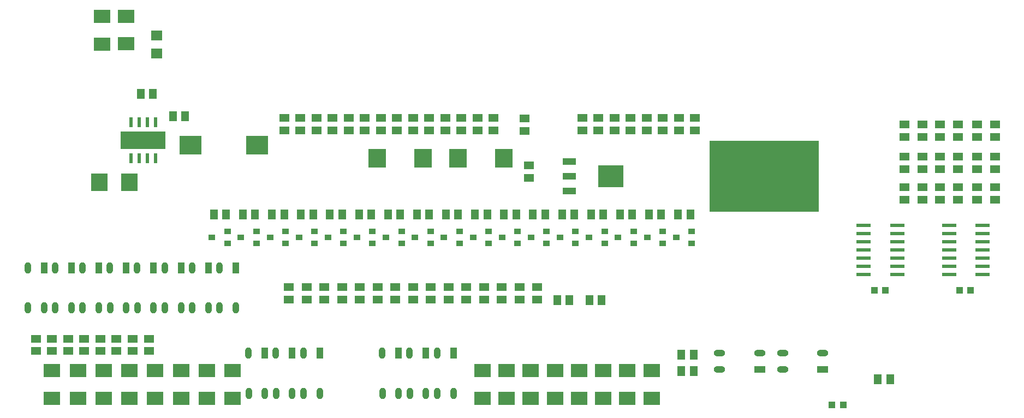
<source format=gtp>
%FSLAX42Y42*%
%MOMM*%
G71*
G01*
G75*
%ADD10C,0.20*%
%ADD11O,1.00X1.80*%
%ADD12R,1.00X1.80*%
%ADD13R,3.40X3.00*%
%ADD14R,1.10X1.00*%
%ADD15R,2.20X0.60*%
%ADD16R,1.50X1.30*%
%ADD17R,2.70X3.00*%
%ADD18R,2.60X2.00*%
%ADD19R,1.80X1.00*%
%ADD20O,1.80X1.00*%
%ADD21R,1.30X1.50*%
%ADD22R,1.00X0.85*%
%ADD23R,4.00X3.50*%
%ADD24R,2.00X1.00*%
%ADD25R,7.00X2.80*%
%ADD26R,0.60X1.50*%
%ADD27R,1.80X1.60*%
%ADD28R,2.50X2.70*%
%ADD29R,17.00X11.00*%
%ADD30C,0.25*%
%ADD31C,1.50*%
%ADD32C,2.00*%
%ADD33C,0.30*%
%ADD34C,1.00*%
%ADD35C,0.80*%
%ADD36C,0.40*%
%ADD37C,0.50*%
%ADD38R,3.00X11.50*%
%ADD39R,12.25X11.00*%
%ADD40R,13.50X1.20*%
%ADD41R,3.00X4.40*%
%ADD42R,0.80X4.00*%
%ADD43R,4.55X0.80*%
%ADD44R,7.75X5.25*%
%ADD45R,11.50X1.75*%
%ADD46R,11.75X1.25*%
%ADD47R,2.25X3.90*%
%ADD48R,3.50X23.00*%
%ADD49R,8.25X7.00*%
%ADD50C,4.50*%
%ADD51C,1.50*%
%ADD52R,1.50X1.50*%
%ADD53C,3.25*%
%ADD54C,3.00*%
%ADD55R,1.30X1.30*%
%ADD56C,1.30*%
%ADD57R,1.60X1.60*%
%ADD58C,1.60*%
%ADD59C,2.00*%
%ADD60C,2.50*%
%ADD61R,1.70X1.70*%
%ADD62C,1.70*%
%ADD63C,1.40*%
%ADD64C,1.00*%
%ADD65C,0.60*%
%ADD66C,1.20*%
%ADD67C,0.90*%
%ADD68R,0.85X1.00*%
%ADD69R,1.60X1.80*%
%ADD70R,1.25X1.60*%
%ADD71O,1.25X1.60*%
%ADD72C,0.60*%
%ADD73C,0.25*%
%ADD74R,0.68X5.20*%
%ADD75C,0.13*%
%ADD76R,0.80X0.50*%
%ADD77R,1.61X0.20*%
%ADD78C,0.06*%
%ADD79R,1.70X0.40*%
%ADD80R,7.00X1.50*%
%ADD81R,3.00X12.00*%
%ADD82R,2.00X2.00*%
%ADD83R,2.00X2.00*%
D11*
X3150Y-6095D02*
D03*
X3400D02*
D03*
X3146Y-5475D02*
D03*
X6521Y-6800D02*
D03*
X6775Y-7420D02*
D03*
X6525D02*
D03*
X6096Y-6800D02*
D03*
X6350Y-7420D02*
D03*
X6100D02*
D03*
X1446Y-5475D02*
D03*
X1700Y-6095D02*
D03*
X1450D02*
D03*
X1021Y-5475D02*
D03*
X1275Y-6095D02*
D03*
X1025D02*
D03*
X596Y-5475D02*
D03*
X850Y-6095D02*
D03*
X600D02*
D03*
X171Y-5475D02*
D03*
X425Y-6095D02*
D03*
X175D02*
D03*
X2721Y-5475D02*
D03*
X2975Y-6095D02*
D03*
X2725D02*
D03*
X2296Y-5475D02*
D03*
X2550Y-6095D02*
D03*
X2300D02*
D03*
X1871Y-5475D02*
D03*
X2125Y-6095D02*
D03*
X1875D02*
D03*
X5671Y-6800D02*
D03*
X5925Y-7420D02*
D03*
X5675D02*
D03*
X4446Y-6800D02*
D03*
X4700Y-7420D02*
D03*
X4450D02*
D03*
X4021Y-6800D02*
D03*
X4275Y-7420D02*
D03*
X4025D02*
D03*
X3596Y-6800D02*
D03*
X3850Y-7420D02*
D03*
X3600D02*
D03*
D12*
X3400Y-5475D02*
D03*
X6775Y-6800D02*
D03*
X6350D02*
D03*
X1700Y-5475D02*
D03*
X1275D02*
D03*
X850D02*
D03*
X425D02*
D03*
X2975D02*
D03*
X2550D02*
D03*
X2125D02*
D03*
X5925Y-6800D02*
D03*
X4700D02*
D03*
X4275D02*
D03*
X3850D02*
D03*
D13*
X2700Y-3575D02*
D03*
X3730D02*
D03*
D14*
X14630Y-5825D02*
D03*
X14800D02*
D03*
X13305D02*
D03*
X13475D02*
D03*
X12820Y-7600D02*
D03*
X12650D02*
D03*
D15*
X14465Y-4819D02*
D03*
Y-4946D02*
D03*
Y-5073D02*
D03*
Y-5200D02*
D03*
Y-5327D02*
D03*
Y-5454D02*
D03*
Y-5581D02*
D03*
X14985Y-4819D02*
D03*
Y-4946D02*
D03*
Y-5073D02*
D03*
Y-5200D02*
D03*
Y-5327D02*
D03*
Y-5454D02*
D03*
Y-5581D02*
D03*
X13140Y-4819D02*
D03*
Y-4946D02*
D03*
Y-5073D02*
D03*
Y-5200D02*
D03*
Y-5327D02*
D03*
Y-5454D02*
D03*
Y-5581D02*
D03*
X13660Y-4819D02*
D03*
Y-4946D02*
D03*
Y-5073D02*
D03*
Y-5200D02*
D03*
Y-5327D02*
D03*
Y-5454D02*
D03*
Y-5581D02*
D03*
D16*
X15175Y-4225D02*
D03*
Y-4415D02*
D03*
Y-3250D02*
D03*
Y-3440D02*
D03*
Y-3750D02*
D03*
Y-3940D02*
D03*
X14900Y-4225D02*
D03*
Y-4415D02*
D03*
Y-3250D02*
D03*
Y-3440D02*
D03*
Y-3750D02*
D03*
Y-3940D02*
D03*
X8075Y-5775D02*
D03*
Y-5965D02*
D03*
X7800Y-5775D02*
D03*
Y-5965D02*
D03*
X14600Y-4225D02*
D03*
Y-4415D02*
D03*
X14325Y-4225D02*
D03*
Y-4415D02*
D03*
X14600Y-3250D02*
D03*
Y-3440D02*
D03*
X14325Y-3250D02*
D03*
Y-3440D02*
D03*
X14600Y-3750D02*
D03*
Y-3940D02*
D03*
X14325Y-3750D02*
D03*
Y-3940D02*
D03*
X14050Y-4225D02*
D03*
Y-4415D02*
D03*
X13775Y-4225D02*
D03*
Y-4415D02*
D03*
X14050Y-3250D02*
D03*
Y-3440D02*
D03*
X13775Y-3250D02*
D03*
Y-3440D02*
D03*
X14050Y-3750D02*
D03*
Y-3940D02*
D03*
X13775Y-3750D02*
D03*
Y-3940D02*
D03*
X1050Y-6575D02*
D03*
Y-6765D02*
D03*
X800Y-6575D02*
D03*
Y-6765D02*
D03*
X550Y-6575D02*
D03*
Y-6765D02*
D03*
X5325Y-5775D02*
D03*
Y-5965D02*
D03*
X5050Y-5775D02*
D03*
Y-5965D02*
D03*
X4775Y-5775D02*
D03*
Y-5965D02*
D03*
X4500Y-5775D02*
D03*
Y-5965D02*
D03*
X1800Y-6575D02*
D03*
Y-6765D02*
D03*
X1550Y-6575D02*
D03*
Y-6765D02*
D03*
X1300Y-6575D02*
D03*
Y-6765D02*
D03*
X6425Y-5775D02*
D03*
Y-5965D02*
D03*
X6150Y-5775D02*
D03*
Y-5965D02*
D03*
X5875Y-5775D02*
D03*
Y-5965D02*
D03*
X5600Y-5775D02*
D03*
Y-5965D02*
D03*
X7525Y-5775D02*
D03*
Y-5965D02*
D03*
X7250Y-5775D02*
D03*
Y-5965D02*
D03*
X6975Y-5775D02*
D03*
Y-5965D02*
D03*
X6700Y-5775D02*
D03*
Y-5965D02*
D03*
X10525Y-3150D02*
D03*
Y-3340D02*
D03*
X10275Y-3150D02*
D03*
Y-3340D02*
D03*
X10025Y-3150D02*
D03*
Y-3340D02*
D03*
X9775Y-3150D02*
D03*
Y-3340D02*
D03*
X9525Y-3150D02*
D03*
Y-3340D02*
D03*
X4225Y-5775D02*
D03*
Y-5965D02*
D03*
X5900Y-3150D02*
D03*
Y-3340D02*
D03*
X5650Y-3150D02*
D03*
Y-3340D02*
D03*
X5400Y-3150D02*
D03*
Y-3340D02*
D03*
X5150Y-3150D02*
D03*
Y-3340D02*
D03*
X4900Y-3150D02*
D03*
Y-3340D02*
D03*
X4650Y-3150D02*
D03*
Y-3340D02*
D03*
X4400Y-3150D02*
D03*
Y-3340D02*
D03*
X4150Y-3150D02*
D03*
Y-3340D02*
D03*
X7875Y-3350D02*
D03*
Y-3160D02*
D03*
X7950Y-4075D02*
D03*
Y-3885D02*
D03*
X9275Y-3150D02*
D03*
Y-3340D02*
D03*
X9025Y-3150D02*
D03*
Y-3340D02*
D03*
X8775Y-3150D02*
D03*
Y-3340D02*
D03*
X7400Y-3150D02*
D03*
Y-3340D02*
D03*
X7150Y-3150D02*
D03*
Y-3340D02*
D03*
X6900Y-3150D02*
D03*
Y-3340D02*
D03*
X6650Y-3150D02*
D03*
Y-3340D02*
D03*
X6400Y-3150D02*
D03*
Y-3340D02*
D03*
X6150Y-3150D02*
D03*
Y-3340D02*
D03*
X2050Y-6765D02*
D03*
Y-6575D02*
D03*
X300Y-6765D02*
D03*
Y-6575D02*
D03*
D17*
X6308Y-3775D02*
D03*
X5592D02*
D03*
X6843D02*
D03*
X7557D02*
D03*
D18*
X9850Y-7500D02*
D03*
Y-7070D02*
D03*
X9475Y-7500D02*
D03*
Y-7070D02*
D03*
X9100Y-7500D02*
D03*
Y-7070D02*
D03*
X8725Y-7500D02*
D03*
Y-7070D02*
D03*
X1750Y-7500D02*
D03*
Y-7070D02*
D03*
X1350Y-7500D02*
D03*
Y-7070D02*
D03*
X950Y-7500D02*
D03*
Y-7070D02*
D03*
X550Y-7500D02*
D03*
Y-7070D02*
D03*
X3350Y-7500D02*
D03*
Y-7070D02*
D03*
X2950Y-7500D02*
D03*
Y-7070D02*
D03*
X2550Y-7500D02*
D03*
Y-7070D02*
D03*
X2150Y-7500D02*
D03*
Y-7070D02*
D03*
X8350Y-7500D02*
D03*
Y-7070D02*
D03*
X7975Y-7500D02*
D03*
Y-7070D02*
D03*
X7600Y-7500D02*
D03*
Y-7070D02*
D03*
X7225Y-7500D02*
D03*
Y-7070D02*
D03*
X1700Y-2000D02*
D03*
Y-1570D02*
D03*
X1325Y-1575D02*
D03*
Y-2005D02*
D03*
D19*
X12500Y-7050D02*
D03*
X11525D02*
D03*
D20*
X12500Y-6796D02*
D03*
X11880Y-7050D02*
D03*
Y-6800D02*
D03*
X11525Y-6796D02*
D03*
X10905Y-7050D02*
D03*
Y-6800D02*
D03*
D21*
X10450Y-4650D02*
D03*
X10260D02*
D03*
X10000D02*
D03*
X9810D02*
D03*
X9550D02*
D03*
X9360D02*
D03*
X9100D02*
D03*
X8910D02*
D03*
X9075Y-5975D02*
D03*
X8885D02*
D03*
X8575D02*
D03*
X8385D02*
D03*
X5050Y-4650D02*
D03*
X4860D02*
D03*
X4600D02*
D03*
X4410D02*
D03*
X4150D02*
D03*
X3960D02*
D03*
X3700Y-4650D02*
D03*
X3510D02*
D03*
X6850Y-4650D02*
D03*
X6660D02*
D03*
X6400D02*
D03*
X6210D02*
D03*
X5950D02*
D03*
X5760D02*
D03*
X5500D02*
D03*
X5310D02*
D03*
X8650D02*
D03*
X8460D02*
D03*
X8200D02*
D03*
X8010D02*
D03*
X7750D02*
D03*
X7560D02*
D03*
X7300D02*
D03*
X7110D02*
D03*
X13550Y-7200D02*
D03*
X13360D02*
D03*
X3250Y-4650D02*
D03*
X3060D02*
D03*
X2425Y-3125D02*
D03*
X2615D02*
D03*
X1925Y-2775D02*
D03*
X2115D02*
D03*
X10310Y-6825D02*
D03*
X10500D02*
D03*
Y-7075D02*
D03*
X10310D02*
D03*
D22*
X10470Y-5095D02*
D03*
Y-4905D02*
D03*
X10230Y-5000D02*
D03*
X10020Y-5095D02*
D03*
Y-4905D02*
D03*
X9780Y-5000D02*
D03*
X9570Y-5095D02*
D03*
Y-4905D02*
D03*
X9330Y-5000D02*
D03*
X9120Y-5095D02*
D03*
Y-4905D02*
D03*
X8880Y-5000D02*
D03*
X5070Y-5095D02*
D03*
Y-4905D02*
D03*
X4830Y-5000D02*
D03*
X4620Y-5095D02*
D03*
Y-4905D02*
D03*
X4380Y-5000D02*
D03*
X4170Y-5095D02*
D03*
Y-4905D02*
D03*
X3930Y-5000D02*
D03*
X3720Y-5095D02*
D03*
Y-4905D02*
D03*
X3480Y-5000D02*
D03*
X6870Y-5095D02*
D03*
Y-4905D02*
D03*
X6630Y-5000D02*
D03*
X6420Y-5095D02*
D03*
Y-4905D02*
D03*
X6180Y-5000D02*
D03*
X5970Y-5095D02*
D03*
Y-4905D02*
D03*
X5730Y-5000D02*
D03*
X5520Y-5095D02*
D03*
Y-4905D02*
D03*
X5280Y-5000D02*
D03*
X8670Y-5095D02*
D03*
Y-4905D02*
D03*
X8430Y-5000D02*
D03*
X8220Y-5095D02*
D03*
Y-4905D02*
D03*
X7980Y-5000D02*
D03*
X7770Y-5095D02*
D03*
Y-4905D02*
D03*
X7530Y-5000D02*
D03*
X7320Y-5095D02*
D03*
Y-4905D02*
D03*
X7080Y-5000D02*
D03*
X3270Y-5095D02*
D03*
Y-4905D02*
D03*
X3030Y-5000D02*
D03*
D23*
X9215Y-4055D02*
D03*
D24*
X8575Y-3825D02*
D03*
Y-4055D02*
D03*
Y-4285D02*
D03*
D25*
X1965Y-3495D02*
D03*
D26*
X1775Y-3775D02*
D03*
X1902D02*
D03*
X2029D02*
D03*
X2156D02*
D03*
X1775Y-3215D02*
D03*
X1902D02*
D03*
X2029D02*
D03*
X2156D02*
D03*
D27*
X2175Y-2150D02*
D03*
Y-1870D02*
D03*
D28*
X1280Y-4150D02*
D03*
X1750D02*
D03*
D29*
X11593Y-4053D02*
D03*
M02*

</source>
